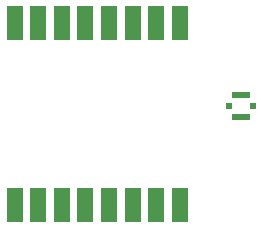
<source format=gbr>
%TF.GenerationSoftware,KiCad,Pcbnew,(6.0.5)*%
%TF.CreationDate,2022-07-22T00:14:58+07:00*%
%TF.ProjectId,MARUKO_Analog,4d415255-4b4f-45f4-916e-616c6f672e6b,rev?*%
%TF.SameCoordinates,Original*%
%TF.FileFunction,Paste,Top*%
%TF.FilePolarity,Positive*%
%FSLAX46Y46*%
G04 Gerber Fmt 4.6, Leading zero omitted, Abs format (unit mm)*
G04 Created by KiCad (PCBNEW (6.0.5)) date 2022-07-22 00:14:58*
%MOMM*%
%LPD*%
G01*
G04 APERTURE LIST*
%ADD10R,1.400000X3.000000*%
%ADD11R,0.600000X0.600000*%
%ADD12R,1.580000X0.580000*%
%ADD13R,0.500000X0.500000*%
G04 APERTURE END LIST*
D10*
%TO.C,U14*%
X166600000Y-55762500D03*
X168600000Y-55762500D03*
X170600000Y-55762500D03*
X172600000Y-55762500D03*
X174600000Y-55762500D03*
X176600000Y-55762500D03*
X178600000Y-55762500D03*
X180600000Y-55762500D03*
X180600000Y-40362500D03*
X178600000Y-40362500D03*
X176600000Y-40362500D03*
X174600000Y-40362500D03*
X172600000Y-40362500D03*
X170600000Y-40362500D03*
X168600000Y-40362500D03*
X166600000Y-40362500D03*
%TD*%
D11*
%TO.C,J2*%
X184800000Y-47400000D03*
D12*
X185800000Y-46440000D03*
D13*
X186800000Y-47400000D03*
D12*
X185800000Y-48360000D03*
%TD*%
M02*

</source>
